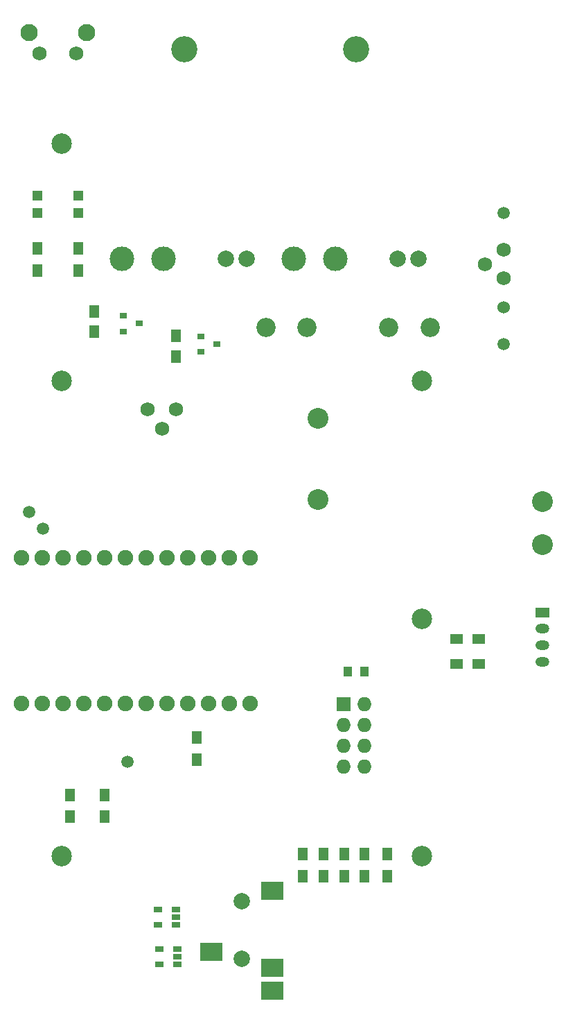
<source format=gts>
G04 #@! TF.FileFunction,Soldermask,Top*
%FSLAX46Y46*%
G04 Gerber Fmt 4.6, Leading zero omitted, Abs format (unit mm)*
G04 Created by KiCad (PCBNEW 4.0.5) date 01/03/17 14:11:24*
%MOMM*%
%LPD*%
G01*
G04 APERTURE LIST*
%ADD10C,0.100000*%
%ADD11C,3.000000*%
%ADD12C,2.000000*%
%ADD13C,3.200000*%
%ADD14C,1.900000*%
%ADD15O,1.727200X1.727200*%
%ADD16R,1.727200X1.727200*%
%ADD17C,2.500000*%
%ADD18R,1.000000X1.250000*%
%ADD19R,1.250000X1.500000*%
%ADD20R,1.198880X1.198880*%
%ADD21C,2.349500*%
%ADD22R,2.800000X2.200000*%
%ADD23C,1.750000*%
%ADD24C,1.524000*%
%ADD25C,2.540000*%
%ADD26R,1.300000X1.500000*%
%ADD27R,1.500000X1.300000*%
%ADD28R,1.700000X1.200000*%
%ADD29O,1.700000X1.200000*%
%ADD30C,2.100000*%
%ADD31R,1.060000X0.650000*%
%ADD32R,0.900000X0.800000*%
%ADD33C,1.500000*%
G04 APERTURE END LIST*
D10*
D11*
X154380000Y-59580000D03*
X159460000Y-59580000D03*
D12*
X167080000Y-59580000D03*
X169620000Y-59580000D03*
D13*
X162000000Y-34000000D03*
D11*
X133380000Y-59580000D03*
X138460000Y-59580000D03*
D12*
X146080000Y-59580000D03*
X148620000Y-59580000D03*
D13*
X141000000Y-34000000D03*
D14*
X149000000Y-96110000D03*
X146460000Y-96110000D03*
X143920000Y-96110000D03*
X141380000Y-96110000D03*
X138840000Y-96110000D03*
X136300000Y-96110000D03*
X133760000Y-96110000D03*
X131220000Y-96110000D03*
X128680000Y-96110000D03*
X126140000Y-96110000D03*
X123600000Y-96110000D03*
X121060000Y-96110000D03*
X149000000Y-113890000D03*
X146460000Y-113890000D03*
X143920000Y-113890000D03*
X141380000Y-113890000D03*
X138840000Y-113890000D03*
X136300000Y-113890000D03*
X133760000Y-113890000D03*
X131220000Y-113890000D03*
X128680000Y-113890000D03*
X126140000Y-113890000D03*
X123600000Y-113890000D03*
X121060000Y-113890000D03*
D15*
X160460000Y-121540000D03*
X163000000Y-121540000D03*
X160460000Y-119000000D03*
X163000000Y-119000000D03*
X160460000Y-116460000D03*
X163000000Y-116460000D03*
D16*
X160460000Y-113920000D03*
D15*
X163000000Y-113920000D03*
D17*
X126000000Y-45500000D03*
X170000000Y-103500000D03*
X126000000Y-74500000D03*
X170000000Y-74500000D03*
X170000000Y-132500000D03*
D18*
X161000000Y-110000000D03*
X163000000Y-110000000D03*
D19*
X130000000Y-66000000D03*
X130000000Y-68500000D03*
X140000000Y-69000000D03*
X140000000Y-71500000D03*
D20*
X123000000Y-54000000D03*
X123000000Y-51901960D03*
X128000000Y-54000000D03*
X128000000Y-51901960D03*
D21*
X155997480Y-68000000D03*
X150998760Y-68000000D03*
X166000000Y-68000000D03*
X170998720Y-68000000D03*
D22*
X151700000Y-136700000D03*
X144300000Y-144200000D03*
X151700000Y-146100000D03*
D12*
X148000000Y-145000000D03*
D22*
X151700000Y-148900000D03*
D12*
X148000000Y-138000000D03*
D23*
X180000000Y-58500000D03*
X180000000Y-62000000D03*
X177700000Y-60250000D03*
D24*
X180000000Y-65500000D03*
D23*
X136500000Y-78000000D03*
X140000000Y-78000000D03*
X138250000Y-80300000D03*
D25*
X184716000Y-94493000D03*
X184716000Y-89184400D03*
X157284000Y-89006600D03*
X157284000Y-79100600D03*
D26*
X142500000Y-118000000D03*
X142500000Y-120700000D03*
D27*
X174300000Y-106000000D03*
X177000000Y-106000000D03*
X177000000Y-109000000D03*
X174300000Y-109000000D03*
D26*
X123000000Y-61000000D03*
X123000000Y-58300000D03*
X128000000Y-61000000D03*
X128000000Y-58300000D03*
D28*
X184750000Y-102750000D03*
D29*
X184750000Y-104750000D03*
X184750000Y-106750000D03*
X184750000Y-108750000D03*
D30*
X122000000Y-32000000D03*
D23*
X123260000Y-34490000D03*
X127760000Y-34490000D03*
D30*
X129010000Y-32000000D03*
D31*
X139950000Y-140900000D03*
X139950000Y-139950000D03*
X139950000Y-139000000D03*
X137750000Y-139000000D03*
X137750000Y-140900000D03*
X140100000Y-145700000D03*
X140100000Y-144750000D03*
X140100000Y-143800000D03*
X137900000Y-143800000D03*
X137900000Y-145700000D03*
D32*
X133500000Y-66550000D03*
X133500000Y-68450000D03*
X135500000Y-67500000D03*
X143000000Y-69050000D03*
X143000000Y-70950000D03*
X145000000Y-70000000D03*
D33*
X180000000Y-70000000D03*
X180000000Y-54000000D03*
X134000000Y-121000000D03*
D17*
X126000000Y-132500000D03*
D33*
X122000000Y-90500000D03*
X123750000Y-92500000D03*
D26*
X127000000Y-125000000D03*
X127000000Y-127700000D03*
X131250000Y-125000000D03*
X131250000Y-127700000D03*
X160500000Y-134950000D03*
X160500000Y-132250000D03*
X158000000Y-134950000D03*
X158000000Y-132250000D03*
X163000000Y-134950000D03*
X163000000Y-132250000D03*
X155500000Y-134950000D03*
X155500000Y-132250000D03*
X165750000Y-134950000D03*
X165750000Y-132250000D03*
M02*

</source>
